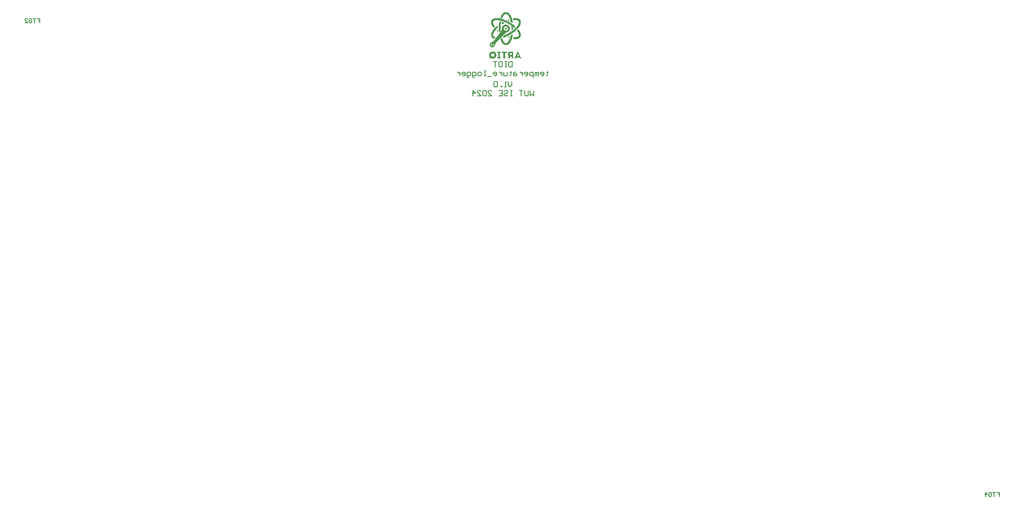
<source format=gbo>
G04*
G04 #@! TF.GenerationSoftware,Altium Limited,Altium Designer,24.7.2 (38)*
G04*
G04 Layer_Color=32896*
%FSLAX25Y25*%
%MOIN*%
G70*
G04*
G04 #@! TF.SameCoordinates,7466D0F8-E9CD-42B0-AAD5-FE8217CC6D43*
G04*
G04*
G04 #@! TF.FilePolarity,Positive*
G04*
G01*
G75*
%ADD11C,0.00118*%
%ADD12C,0.00394*%
%ADD18C,0.00800*%
%ADD19C,0.00600*%
%ADD22R,0.00040X0.00995*%
%ADD212C,0.00394*%
G36*
X407227Y373958D02*
X406439D01*
X406046Y374352D01*
X406833Y374745D01*
X407227D01*
Y373958D01*
D02*
G37*
G36*
X406672Y379631D02*
X406780D01*
X407230Y379194D01*
Y379079D01*
X408199Y378109D01*
Y377595D01*
X408802Y376992D01*
Y376320D01*
X409038Y376083D01*
Y375304D01*
X409538Y374804D01*
Y373342D01*
X409870Y373010D01*
Y372388D01*
X409391D01*
X408856Y372924D01*
X408690D01*
Y373175D01*
X408306Y373559D01*
Y374595D01*
X408066Y374834D01*
Y375642D01*
X407481Y376227D01*
Y376984D01*
X406803Y377663D01*
Y377982D01*
X406001Y378785D01*
X405817D01*
X405399Y379203D01*
X404356D01*
X403939Y378786D01*
X403780D01*
Y378656D01*
X402558Y377433D01*
Y376890D01*
X401950Y376282D01*
Y375948D01*
X401096D01*
X400803Y376241D01*
X400928Y376320D01*
Y376714D01*
X401321Y377108D01*
Y377501D01*
X403684Y380257D01*
X406046D01*
X406672Y379631D01*
D02*
G37*
G36*
X404077Y372383D02*
X401715Y371202D01*
X402109Y372777D01*
X402502D01*
X404077Y372383D01*
D02*
G37*
G36*
X400146Y375620D02*
X403951Y374582D01*
X407151Y372882D01*
X409651Y371282D01*
X411980Y369527D01*
X411076Y368786D01*
X408051Y371082D01*
X403967Y373213D01*
X399097Y374599D01*
X397875Y374687D01*
X396315Y374439D01*
X395508Y373983D01*
X395064Y372846D01*
X395441Y371394D01*
X396460Y369698D01*
X395709Y368829D01*
X394276Y371163D01*
X393900Y372490D01*
X394326Y374369D01*
X395355Y375291D01*
X396594Y375711D01*
X398068Y375826D01*
X400146Y375620D01*
D02*
G37*
G36*
X409042Y369482D02*
X410043Y368707D01*
X410180Y367901D01*
X409093Y366965D01*
X409024Y369496D01*
X409042Y369482D01*
D02*
G37*
G36*
X398727Y366020D02*
X397775Y366676D01*
X397851Y366748D01*
X398600Y367454D01*
X398727Y366020D01*
D02*
G37*
G36*
X400140Y373564D02*
X401237Y373411D01*
X400829Y370115D01*
X400705Y367689D01*
X400743Y366572D01*
X399703Y365226D01*
X399551Y368682D01*
X399818Y371970D01*
X400095Y373642D01*
X400140Y373564D01*
D02*
G37*
G36*
X415455Y365119D02*
X415839Y363585D01*
X415749Y362589D01*
X415151Y361382D01*
X413956Y360720D01*
X412175Y360387D01*
X410039Y360531D01*
X410351Y361640D01*
X411853Y361538D01*
X413366Y361749D01*
X414225Y362214D01*
X414668Y363015D01*
X414651Y363801D01*
X413986Y365445D01*
X413204Y366594D01*
X414033Y367394D01*
X415455Y365119D01*
D02*
G37*
G36*
X412844Y375771D02*
X414359Y375310D01*
X415298Y374552D01*
X415751Y373182D01*
X415720Y371868D01*
X414719Y369735D01*
X413045Y367703D01*
X410751Y365582D01*
X406898Y363132D01*
X402649Y361260D01*
X402386Y361903D01*
X403068Y362644D01*
X404951Y363482D01*
X408746Y365626D01*
X412351Y368682D01*
X413680Y370279D01*
X414651Y371682D01*
X414694Y372745D01*
X414604Y373434D01*
X414076Y374121D01*
X413331Y374474D01*
X411904Y374681D01*
X410354Y374576D01*
X410046Y375690D01*
X411579Y375832D01*
X412844Y375771D01*
D02*
G37*
G36*
X407180Y361238D02*
X406240Y361787D01*
X407450Y362364D01*
X407180Y361238D01*
D02*
G37*
G36*
X398665Y368848D02*
X397480Y367627D01*
X396372Y366361D01*
X395483Y364914D01*
X395098Y363803D01*
X395173Y362728D01*
X395904Y361946D01*
X396916Y361620D01*
X396137Y360612D01*
X395771Y360737D01*
X394581Y361519D01*
X394046Y362443D01*
X393932Y363785D01*
X394632Y365799D01*
X396674Y368485D01*
X398646Y370292D01*
X398665Y368848D01*
D02*
G37*
G36*
X409504Y361957D02*
X408581Y359180D01*
X407570Y357424D01*
X406251Y356282D01*
X405210Y355831D01*
X404544D01*
X402817Y356725D01*
X401908Y357837D01*
X400783Y360161D01*
X401674Y361129D01*
X401973Y360277D01*
X402891Y358431D01*
X403747Y357458D01*
X404653Y357014D01*
X405567Y357166D01*
X406554Y358012D01*
X407272Y359139D01*
X408091Y361187D01*
X408581Y363058D01*
X409755Y363824D01*
X409504Y361957D01*
D02*
G37*
G36*
X395005Y356508D02*
X395212Y356301D01*
X395325Y356030D01*
Y355883D01*
Y355876D01*
Y355729D01*
X395212Y355458D01*
X395005Y355250D01*
X394733Y355138D01*
X394435D01*
X394164Y355250D01*
X393956Y355457D01*
X393844Y355729D01*
Y355875D01*
Y355882D01*
Y356029D01*
X393956Y356300D01*
X394164Y356508D01*
X394436Y356621D01*
X394734D01*
X395005Y356508D01*
D02*
G37*
G36*
X406670Y370299D02*
X407051Y369982D01*
X407551Y369082D01*
X407651Y367582D01*
X407048Y366225D01*
X405851Y365382D01*
X404952Y365183D01*
X396991Y357029D01*
X396667Y356532D01*
X396420Y355782D01*
X396008Y354761D01*
X395451Y354182D01*
X394612Y354106D01*
X394997Y354782D01*
X395753Y355689D01*
X395346Y356798D01*
X394183Y356999D01*
X393426Y356093D01*
X393833Y354984D01*
X394997Y354782D01*
X394612Y354106D01*
X393455Y354524D01*
X393251Y354882D01*
X392751Y355482D01*
X393217Y357077D01*
X393551Y357282D01*
X394388Y357749D01*
X395115Y358292D01*
X401516Y366565D01*
X401961Y367644D01*
X401951Y368582D01*
X402596Y369920D01*
X403751Y370782D01*
X404824Y370966D01*
X406670Y370299D01*
D02*
G37*
G36*
X410216Y345905D02*
X409083D01*
Y347393D01*
X408220Y347282D01*
X407418Y345905D01*
X406100D01*
Y345990D01*
X407054Y347683D01*
X406651Y348086D01*
X406427Y348533D01*
X406347Y349182D01*
X406427Y349635D01*
X406722Y350207D01*
X407514Y350764D01*
X409047Y350801D01*
Y349806D01*
X408076D01*
X407607Y349577D01*
X407464Y349200D01*
X407561Y348692D01*
X408078Y348381D01*
X409083Y348381D01*
X409047Y350801D01*
X410216D01*
Y345905D01*
D02*
G37*
G36*
X416281D02*
X415148D01*
X414812Y346621D01*
X412795D01*
X412460Y345905D01*
X411327D01*
X413581Y350866D01*
X414034D01*
X416281Y345905D01*
D02*
G37*
G36*
X405372Y349806D02*
X404130D01*
Y345905D01*
X403012D01*
Y349806D01*
X401777D01*
Y350801D01*
X405372D01*
Y349806D01*
D02*
G37*
G36*
X400893Y349835D02*
X400301D01*
Y346879D01*
X400944D01*
Y345905D01*
X398540D01*
Y346879D01*
X399183D01*
Y349835D01*
X398591D01*
Y350801D01*
X400893D01*
Y349835D01*
D02*
G37*
G36*
X395751Y350782D02*
X396443Y350496D01*
X397051Y349882D01*
X397351Y349382D01*
X397530Y348822D01*
X397549Y348346D01*
X397407Y347420D01*
X397016Y346708D01*
X396651Y346282D01*
X396122Y346038D01*
X394860Y345782D01*
X393736Y346057D01*
X393593Y345905D01*
X392407D01*
X392914Y346894D01*
X392621Y347568D01*
X392538Y348021D01*
Y348346D01*
X392667Y349281D01*
X393058Y349995D01*
X393448Y350385D01*
X393959Y350669D01*
X395036Y350888D01*
X395751Y350782D01*
D02*
G37*
%LPC*%
G36*
X404218Y369844D02*
X403041Y368425D01*
X403681Y366696D01*
X405498Y366386D01*
X406675Y367805D01*
X406036Y369534D01*
X404218Y369844D01*
D02*
G37*
%LPD*%
G36*
X405351Y368582D02*
X405619Y368105D01*
X405451Y367582D01*
X404876Y367367D01*
X404351Y367582D01*
X404138Y368111D01*
X404251Y368482D01*
X404882Y368849D01*
X405351Y368582D01*
D02*
G37*
%LPC*%
G36*
X413812Y349096D02*
X413138Y347566D01*
X414469D01*
X413812Y349096D01*
D02*
G37*
G36*
X395036Y349791D02*
X394562Y349671D01*
X394120Y349441D01*
X393769Y348878D01*
X393691Y348346D01*
X393859Y347590D01*
X394351Y347082D01*
X395036Y346889D01*
X395551Y346982D01*
X395951Y347242D01*
X396302Y347810D01*
X396360Y348062D01*
X396302Y348878D01*
X395951Y349482D01*
X395551Y349671D01*
X395036Y349791D01*
D02*
G37*
%LPD*%
D11*
X393844Y355882D02*
G03*
X394582Y355138I744J0D01*
G01*
X394587Y356621D02*
G03*
X393844Y355882I3J-746D01*
G01*
X395325Y355876D02*
G03*
X394587Y356621I-746J-1D01*
G01*
X394582Y355138D02*
G03*
X395325Y355876I-2J745D01*
G01*
X406431Y348533D02*
G03*
X407058Y347683I1550J487D01*
G01*
X406425Y349635D02*
G03*
X406431Y348533I1759J-541D01*
G01*
X406726Y350207D02*
G03*
X406425Y349635I1286J-1044D01*
G01*
X407406Y350685D02*
G03*
X406726Y350207I530J-1476D01*
G01*
X407844Y350787D02*
G03*
X407406Y350685I205J-1872D01*
G01*
X408083Y350801D02*
G03*
X407844Y350787I5J-2185D01*
G01*
X408080Y349806D02*
G03*
X407852Y349763I-1J-628D01*
G01*
Y349763D02*
G03*
X407611Y349577I208J-519D01*
G01*
Y349577D02*
G03*
X407557Y349492I527J-397D01*
G01*
X407557Y349492D02*
G03*
X407515Y349399I650J-349D01*
G01*
Y349399D02*
G03*
X407468Y349200I789J-290D01*
G01*
D02*
G03*
X407463Y349098I881J-98D01*
G01*
X407463D02*
G03*
X407521Y348786I877J2D01*
G01*
D02*
G03*
X407565Y348692I711J276D01*
G01*
X407565D02*
G03*
X407622Y348606I599J333D01*
G01*
Y348606D02*
G03*
X407690Y348531I488J376D01*
G01*
X407690Y348531D02*
G03*
X408082Y348381I382J412D01*
G01*
X392621Y347565D02*
G03*
X392914Y346894I2334J621D01*
G01*
X392538Y348021D02*
G03*
X392621Y347565I2809J274D01*
G01*
X392522Y348346D02*
G03*
X392538Y348021I3272J-4D01*
G01*
X392667Y349281D02*
G03*
X392522Y348346I2753J-906D01*
G01*
X393058Y349995D02*
G03*
X392667Y349281I1790J-1443D01*
G01*
X393959Y350669D02*
G03*
X393058Y349995I913J-2159D01*
G01*
X395036Y350888D02*
G03*
X393959Y350669I-4J-2736D01*
G01*
X396443Y350496D02*
G03*
X395036Y350888I-1395J-2287D01*
G01*
X397511Y348842D02*
G03*
X396443Y350496I-2291J-307D01*
G01*
X397549Y348346D02*
G03*
X397511Y348842I-3167J8D01*
G01*
X397405Y347417D02*
G03*
X397549Y348346I-2734J900D01*
G01*
X397016Y346708D02*
G03*
X397405Y347417I-1778J1434D01*
G01*
X396122Y346039D02*
G03*
X397016Y346708I-907J2145D01*
G01*
X395053Y345821D02*
G03*
X396122Y346038I4J2716D01*
G01*
X393916Y346070D02*
G03*
X395053Y345821I1128J2434D01*
G01*
X393802Y346127D02*
G03*
X393916Y346070I1170J2193D01*
G01*
X395036Y346889D02*
G03*
X395951Y347242I8J1340D01*
G01*
X395951D02*
G03*
X396302Y347810I-900J950D01*
G01*
X396302Y347810D02*
G03*
X396360Y348062I-1542J485D01*
G01*
X396360Y348062D02*
G03*
X396380Y348346I-1921J279D01*
G01*
X396380D02*
G03*
X396302Y348878I-1743J17D01*
G01*
X396302Y348878D02*
G03*
X396212Y349096I-1328J-421D01*
G01*
X396212D02*
G03*
X395036Y349791I-1156J-612D01*
G01*
D02*
G03*
X394120Y349441I-9J-1346D01*
G01*
Y349441D02*
G03*
X393769Y348878I888J-946D01*
G01*
Y348878D02*
G03*
X393711Y348628I1519J-481D01*
G01*
X393711D02*
G03*
X393691Y348346I1892J-277D01*
G01*
Y348346D02*
G03*
X393769Y347810I1769J-17D01*
G01*
D02*
G03*
X393859Y347590I1345J423D01*
G01*
Y347590D02*
G03*
X395036Y346889I1157J605D01*
G01*
D12*
X411076Y368786D02*
G03*
X406114Y372185I-17056J-19574D01*
G01*
D02*
G03*
X405503Y372499I-13047J-24633D01*
G01*
X405503Y372499D02*
G03*
X403967Y373213I-13106J-26206D01*
G01*
D02*
G03*
X403230Y373515I-9511J-22186D01*
G01*
Y373515D02*
G03*
X402509Y373781I-7802J-20000D01*
G01*
X402509D02*
G03*
X401804Y374012I-6367J-18222D01*
G01*
Y374012D02*
G03*
X400432Y374372I-4961J-16119D01*
G01*
X400432Y374372D02*
G03*
X399097Y374599I-3150J-14484D01*
G01*
D02*
G03*
X398439Y374664I-1713J-13946D01*
G01*
D02*
G03*
X398263Y374676I-654J-8741D01*
G01*
D02*
G03*
X398094Y374683I-416J-7629D01*
G01*
D02*
G03*
X397875Y374687I-220J-6808D01*
G01*
D02*
G03*
X397248Y374652I-13J-5469D01*
G01*
Y374652D02*
G03*
X396859Y374590I514J-4491D01*
G01*
Y374590D02*
G03*
X396315Y374439I788J-3875D01*
G01*
D02*
G03*
X395976Y374297I1247J-3475D01*
G01*
D02*
G03*
X395646Y374099I810J-1722D01*
G01*
D02*
G03*
X395508Y373983I944J-1252D01*
G01*
D02*
G03*
X395071Y373042I992J-1033D01*
G01*
D02*
G03*
X395064Y372846I2007J-177D01*
G01*
D02*
G03*
X395182Y372048I2959J32D01*
G01*
D02*
G03*
X395293Y371724I3395J979D01*
G01*
D02*
G03*
X395441Y371394I3859J1532D01*
G01*
D02*
G03*
X395529Y371227I4274J2139D01*
G01*
X395529D02*
G03*
X395660Y370994I10939J6029D01*
G01*
X395318Y369343D02*
G03*
X395709Y368829I13273J9705D01*
G01*
X395124Y369616D02*
G03*
X395318Y369343I9895J6801D01*
G01*
X394935Y369901D02*
G03*
X395124Y369616I8654J5533D01*
G01*
X394753Y370198D02*
G03*
X394935Y369901I7770J4554D01*
G01*
X394581Y370508D02*
G03*
X394753Y370198I7106J3755D01*
G01*
X394276Y371163D02*
G03*
X394581Y370508I6451J2602D01*
G01*
X394041Y371869D02*
G03*
X394276Y371163I5809J1540D01*
G01*
X393928Y373284D02*
G03*
X393931Y373294I-485J150D01*
G01*
X393931Y373294D02*
G03*
X393934Y373304I-428J123D01*
G01*
Y373304D02*
G03*
X393936Y373313I-384J101D01*
G01*
Y373313D02*
G03*
X393941Y373334I-336J79D01*
G01*
X394086Y373885D02*
G03*
X393941Y373334I2801J-1031D01*
G01*
X394326Y374369D02*
G03*
X394086Y373885I2121J-1357D01*
G01*
X394869Y374970D02*
G03*
X394326Y374369I1579J-1971D01*
G01*
X395099Y375138D02*
G03*
X394869Y374970I1638J-2482D01*
G01*
X395355Y375291D02*
G03*
X395099Y375138I1609J-2977D01*
G01*
X395635Y375429D02*
G03*
X395355Y375291I1589J-3598D01*
G01*
X396208Y375627D02*
G03*
X395635Y375429I950J-3675D01*
G01*
X396401Y375673D02*
G03*
X396208Y375627I973J-4498D01*
G01*
X396594Y375711D02*
G03*
X396401Y375673I895J-5066D01*
G01*
X396785Y375742D02*
G03*
X396594Y375711I821J-5764D01*
G01*
X396974Y375766D02*
G03*
X396785Y375742I756J-6654D01*
G01*
X397160Y375784D02*
G03*
X396974Y375766I705J-7862D01*
G01*
X397341Y375799D02*
G03*
X397160Y375784I684J-9660D01*
G01*
X398068Y375826D02*
G03*
X397518Y375810I-5J-9537D01*
G01*
X399535Y375722D02*
G03*
X398068Y375826I-1484J-10491D01*
G01*
X400146Y375620D02*
G03*
X399535Y375722I-2316J-12092D01*
G01*
X400775Y375485D02*
G03*
X400146Y375620I-3235J-13472D01*
G01*
X401097Y375404D02*
G03*
X400775Y375485I-3895J-14822D01*
G01*
X408612Y372065D02*
G03*
X401097Y375404I-14230J-21903D01*
G01*
X411597Y369868D02*
G03*
X408612Y372065I-19310J-23110D01*
G01*
X409094Y372631D02*
G03*
X409023Y372671I-2236J-3813D01*
G01*
D02*
G03*
X408952Y372710I-1936J-3446D01*
G01*
X408802Y372810D02*
G03*
X408952Y372710I582J715D01*
G01*
X408690Y372924D02*
G03*
X408802Y372810I572J449D01*
G01*
X408610Y373052D02*
G03*
X408690Y372924I660J324D01*
G01*
X408580Y373121D02*
G03*
X408610Y373052I818J319D01*
G01*
X408554Y373194D02*
G03*
X408580Y373121I1019J315D01*
G01*
X408533Y373270D02*
G03*
X408554Y373194I1332J329D01*
G01*
X408515Y373350D02*
G03*
X408533Y373270I1843J370D01*
G01*
X408515Y373350D02*
G03*
X408306Y374276I-19277J-3865D01*
G01*
Y374276D02*
G03*
X408190Y374710I-16049J-4045D01*
G01*
X408190D02*
G03*
X408066Y375128I-14378J-4042D01*
G01*
X408066D02*
G03*
X407792Y375916I-12481J-3896D01*
G01*
D02*
G03*
X407481Y376649I-10666J-4095D01*
G01*
X407481Y376649D02*
G03*
X407130Y377335I-9574J-4467D01*
G01*
D02*
G03*
X406913Y377700I-6480J-3617D01*
G01*
X406913D02*
G03*
X406803Y377866I-5161J-3288D01*
G01*
X406803D02*
G03*
X406691Y378023I-4496J-3074D01*
G01*
D02*
G03*
X406578Y378171I-3946J-2908D01*
G01*
Y378171D02*
G03*
X406345Y378440I-3356J-2672D01*
G01*
D02*
G03*
X405973Y378785I-2699J-2540D01*
G01*
D02*
G03*
X405538Y379064I-1409J-1719D01*
G01*
X405538D02*
G03*
X405319Y379151I-738J-1538D01*
G01*
D02*
G03*
X405099Y379203I-458J-1437D01*
G01*
D02*
G03*
X404217Y379064I-222J-1463D01*
G01*
Y379064D02*
G03*
X403998Y378943I874J-1830D01*
G01*
Y378943D02*
G03*
X403780Y378786I1331J-2081D01*
G01*
D02*
G03*
X403060Y378033I2530J-3139D01*
G01*
D02*
G03*
X402854Y377729I3820J-2823D01*
G01*
X402854D02*
G03*
X402662Y377397I4604J-2881D01*
G01*
X402211Y378822D02*
G03*
X401727Y378085I6002J-4461D01*
G01*
X402463Y379135D02*
G03*
X402211Y378822I4194J-3639D01*
G01*
X402724Y379413D02*
G03*
X402463Y379135I3273J-3345D01*
G01*
X402995Y379655D02*
G03*
X402724Y379413I2571J-3147D01*
G01*
X403574Y380041D02*
G03*
X402995Y379655I1667J-3125D01*
G01*
X404548Y380385D02*
G03*
X403574Y380041I682J-3485D01*
G01*
X406780Y379631D02*
G03*
X405214Y380384I-2231J-2635D01*
G01*
X407230Y379194D02*
G03*
X406780Y379631I-3201J-2847D01*
G01*
X407441Y378941D02*
G03*
X407230Y379194I-3981J-3111D01*
G01*
X407645Y378663D02*
G03*
X407441Y378941I-4719J-3251D01*
G01*
X408199Y377775D02*
G03*
X407645Y378663I-9755J-5465D01*
G01*
X408403Y377391D02*
G03*
X408199Y377775I-9042J-4559D01*
G01*
X409038Y375881D02*
G03*
X408403Y377391I-11787J-4068D01*
G01*
X409304Y375039D02*
G03*
X409038Y375881I-14821J-4210D01*
G01*
X409424Y374592D02*
G03*
X409304Y375039I-17274J-4438D01*
G01*
X409538Y374127D02*
G03*
X409424Y374592I-19399J-4489D01*
G01*
X409645Y373642D02*
G03*
X409538Y374127I-21954J-4571D01*
G01*
X409745Y373135D02*
G03*
X409645Y373642I-25017J-4681D01*
G01*
X411431Y361549D02*
G03*
X411605Y361542I471J9458D01*
G01*
D02*
G03*
X411772Y361538I255J8155D01*
G01*
X411853Y361538D02*
G03*
X412347Y361557I10J6254D01*
G01*
D02*
G03*
X412656Y361590I-408J5195D01*
G01*
X412656D02*
G03*
X412950Y361641I-633J4556D01*
G01*
Y361641D02*
G03*
X413366Y361749I-818J3983D01*
G01*
Y361749D02*
G03*
X413553Y361815I-1188J3696D01*
G01*
Y361815D02*
G03*
X414033Y362061I-779J2108D01*
G01*
Y362061D02*
G03*
X414225Y362214I-967J1411D01*
G01*
X414225D02*
G03*
X414385Y362387I-1021J1107D01*
G01*
X414385D02*
G03*
X414668Y363015I-1122J883D01*
G01*
X414668D02*
G03*
X414696Y363260I-1700J319D01*
G01*
X414696D02*
G03*
X414691Y363522I-2060J88D01*
G01*
Y363522D02*
G03*
X414651Y363801I-2519J-214D01*
G01*
X414651D02*
G03*
X414432Y364547I-4281J-851D01*
G01*
D02*
G03*
X414226Y365009I-5030J-1971D01*
G01*
D02*
G03*
X414110Y365230I-5818J-2925D01*
G01*
D02*
G03*
X413986Y365445I-6655J-3672D01*
G01*
Y365445D02*
G03*
X413858Y365654I-7877J-4687D01*
G01*
D02*
G03*
X413726Y365859I-9811J-6200D01*
G01*
X414405Y366915D02*
G03*
X414033Y367394I-12102J-9037D01*
G01*
X414595Y366653D02*
G03*
X414405Y366915I-9414J-6609D01*
G01*
X414783Y366375D02*
G03*
X414595Y366653I-8414J-5498D01*
G01*
X414966Y366083D02*
G03*
X414783Y366375I-7671J-4600D01*
G01*
X415141Y365776D02*
G03*
X414966Y366083I-7081J-3835D01*
G01*
X415455Y365119D02*
G03*
X415141Y365776I-6452J-2677D01*
G01*
X415699Y364407D02*
G03*
X415455Y365119I-5737J-1566D01*
G01*
X415839Y363585D02*
G03*
X415699Y364407I-4153J-287D01*
G01*
X415834Y363071D02*
G03*
X415839Y363585I-3328J293D01*
G01*
X415749Y362589D02*
G03*
X415834Y363071I-2790J736D01*
G01*
X415476Y361934D02*
G03*
X415749Y362589I-2213J1309D01*
G01*
X414851Y361222D02*
G03*
X415476Y361934I-1623J2056D01*
G01*
X414435Y360944D02*
G03*
X414851Y361222I-1504J2694D01*
G01*
X413956Y360720D02*
G03*
X414435Y360944I-1288J3389D01*
G01*
X413417Y360555D02*
G03*
X413956Y360720I-1005J4228D01*
G01*
X412659Y360423D02*
G03*
X413417Y360555I-660J6075D01*
G01*
X412175Y360387D02*
G03*
X412659Y360423I-289J7101D01*
G01*
X411836Y360380D02*
G03*
X412175Y360387I4J8163D01*
G01*
X411373Y360392D02*
G03*
X411836Y360380I482J9710D01*
G01*
X411079Y360410D02*
G03*
X411373Y360392I848J11237D01*
G01*
X411605Y361542D02*
G03*
X411853Y361538I250J7965D01*
G01*
X411431Y361549D02*
G03*
X411605Y361542I471J9458D01*
G01*
D02*
G03*
X411772Y361538I255J8155D01*
G01*
X412805Y361613D02*
G03*
X413366Y361749I-697J4101D01*
G01*
X412504Y361571D02*
G03*
X412805Y361613I-524J4855D01*
G01*
X412187Y361546D02*
G03*
X412504Y361571I-283J5580D01*
G01*
X411853Y361538D02*
G03*
X412187Y361546I4J6502D01*
G01*
X411853Y361538D02*
G03*
X412347Y361557I10J6254D01*
G01*
D02*
G03*
X412656Y361590I-408J5195D01*
G01*
X412656D02*
G03*
X412950Y361641I-633J4556D01*
G01*
Y361641D02*
G03*
X413366Y361749I-818J3983D01*
G01*
X411836Y360380D02*
G03*
X412339Y360396I8J7924D01*
G01*
D02*
G03*
X412815Y360443I-425J6769D01*
G01*
D02*
G03*
X413417Y360555I-800J5974D01*
G01*
X412659Y360423D02*
G03*
X413417Y360555I-660J6075D01*
G01*
X412175Y360387D02*
G03*
X412659Y360423I-289J7101D01*
G01*
X411836Y360380D02*
G03*
X412175Y360387I4J8163D01*
G01*
X410875Y360428D02*
G03*
X411178Y360403I1134J12358D01*
G01*
Y360403D02*
G03*
X411468Y360388I721J10770D01*
G01*
D02*
G03*
X411836Y360380I384J9569D01*
G01*
X411468Y360388D02*
G03*
X411836Y360380I372J9214D01*
G01*
X411178Y360403D02*
G03*
X411468Y360388I720J10673D01*
G01*
X402031Y372547D02*
G03*
X401971Y372433I206J-182D01*
G01*
X402089Y372613D02*
G03*
X402031Y372547I573J-566D01*
G01*
X402160Y372679D02*
G03*
X402089Y372612I797J-919D01*
G01*
X402239Y372743D02*
G03*
X402160Y372679I908J-1201D01*
G01*
X402409Y372854D02*
G03*
X402239Y372743I707J-1264D01*
G01*
X402491Y372895D02*
G03*
X402409Y372854I376J-863D01*
G01*
X402565Y372921D02*
G03*
X402491Y372895I145J-526D01*
G01*
X402629Y372931D02*
G03*
X402565Y372922I5J-252D01*
G01*
X402650Y372929D02*
G03*
X402629Y372931I-21J-114D01*
G01*
X402659Y372927D02*
G03*
X402650Y372929I-27J-98D01*
G01*
X402662Y372926D02*
G03*
X402659Y372927I-28J-90D01*
G01*
X410043Y368707D02*
G03*
X409928Y368802I-626J-643D01*
G01*
X410089Y368657D02*
G03*
X410043Y368707I-501J-412D01*
G01*
X410127Y368605D02*
G03*
X410089Y368657I-460J-296D01*
G01*
X410179Y368494D02*
G03*
X410127Y368605I-449J-145D01*
G01*
X410202Y368373D02*
G03*
X410179Y368494I-485J-27D01*
G01*
X410202Y368308D02*
G03*
X410202Y368373I-586J32D01*
G01*
X410194Y368239D02*
G03*
X410202Y368308I-700J107D01*
G01*
X410194Y368239D02*
G03*
X410190Y368206I543J-82D01*
G01*
D02*
G03*
X410189Y368189I706J-64D01*
G01*
X410189D02*
G03*
X410188Y368172I847J-56D01*
G01*
X410187Y368007D02*
G03*
X410187Y368066I-3414J21D01*
G01*
X410187Y367979D02*
G03*
X410187Y368007I-1265J39D01*
G01*
X410186Y367951D02*
G03*
X410187Y367979I-810J52D01*
G01*
X410183Y367925D02*
G03*
X410186Y367951I-539J61D01*
G01*
X410180Y367901D02*
G03*
X410183Y367925I-358J65D01*
G01*
X410175Y367879D02*
G03*
X410180Y367901I-233J65D01*
G01*
X410168Y367860D02*
G03*
X410175Y367879I-145J62D01*
G01*
X410159Y367843D02*
G03*
X410168Y367860I-86J57D01*
G01*
X410148Y367830D02*
G03*
X410159Y367843I-48J52D01*
G01*
X409986Y367685D02*
G03*
X410148Y367830I-5181J5981D01*
G01*
X407351Y373812D02*
G03*
X407381Y373824I-535J1371D01*
G01*
X407324Y373802D02*
G03*
X407351Y373812I-313J881D01*
G01*
X407299Y373794D02*
G03*
X407324Y373802I-182J592D01*
G01*
X407276Y373787D02*
G03*
X407299Y373794I-103J415D01*
G01*
X407255Y373783D02*
G03*
X407276Y373787I-54J307D01*
G01*
X407235Y373780D02*
G03*
X407255Y373783I-22J242D01*
G01*
X407217Y373779D02*
G03*
X407235Y373780I-0J205D01*
G01*
X407174Y373784D02*
G03*
X407217Y373779I43J194D01*
G01*
X407159Y373788D02*
G03*
X407174Y373784I72J256D01*
G01*
X407143Y373793D02*
G03*
X407159Y373788I104J313D01*
G01*
X407127Y373798D02*
G03*
X407143Y373793I150J395D01*
G01*
X407110Y373805D02*
G03*
X407127Y373798I216J517D01*
G01*
X407092Y373813D02*
G03*
X407110Y373805I314J699D01*
G01*
X407072Y373822D02*
G03*
X407092Y373813I464J981D01*
G01*
X398644Y367255D02*
G03*
X398600Y367454I-1294J-183D01*
G01*
X398666Y367107D02*
G03*
X398644Y367255I-4517J-586D01*
G01*
X398686Y366937D02*
G03*
X398666Y367107I-6819J-717D01*
G01*
X398703Y366753D02*
G03*
X398686Y366937I-8313J-690D01*
G01*
X398726Y366370D02*
G03*
X398703Y366753I-8081J-294D01*
G01*
X398730Y366187D02*
G03*
X398726Y366370I-5776J-24D01*
G01*
X398727Y366020D02*
G03*
X398730Y366187I-3822J149D01*
G01*
X398717Y365875D02*
G03*
X398727Y366020I-2112J224D01*
G01*
X407420Y362371D02*
G03*
X407405Y362372I-15J-168D01*
G01*
X407427Y362370D02*
G03*
X407420Y362371I-20J-139D01*
G01*
X407433Y362369D02*
G03*
X407427Y362370I-23J-119D01*
G01*
X407439Y362368D02*
G03*
X407433Y362369I-25J-100D01*
G01*
X407443Y362367D02*
G03*
X407439Y362368I-25J-79D01*
G01*
X407447Y362365D02*
G03*
X407443Y362367I-23J-60D01*
G01*
X407450Y362364D02*
G03*
X407447Y362365I-20J-41D01*
G01*
X407453Y362363D02*
G03*
X407450Y362364I-15J-25D01*
G01*
X407455Y362361D02*
G03*
X407453Y362363I-10J-12D01*
G01*
X407461Y362350D02*
G03*
X407455Y362361I-27J-7D01*
G01*
X407463Y362341D02*
G03*
X407461Y362350I-88J-19D01*
G01*
X407465Y362331D02*
G03*
X407463Y362341I-141J-20D01*
G01*
X407466Y362320D02*
G03*
X407465Y362331I-188J-15D01*
G01*
X407464Y362268D02*
G03*
X407466Y362320I-210J35D01*
G01*
X407461Y362255D02*
G03*
X407464Y362268I-144J38D01*
G01*
X407358Y362365D02*
G03*
X407349Y362361I21J-62D01*
G01*
X407363Y362366D02*
G03*
X407358Y362365I26J-91D01*
G01*
X407368Y362368D02*
G03*
X407363Y362366I26J-112D01*
G01*
X407374Y362369D02*
G03*
X407368Y362368I25J-132D01*
G01*
X407380Y362370D02*
G03*
X407374Y362369I22J-150D01*
G01*
X407392Y362371D02*
G03*
X407380Y362370I12J-171D01*
G01*
X407405Y362372D02*
G03*
X407392Y362371I0J-180D01*
G01*
X404138Y368111D02*
G03*
X404876Y367367I744J0D01*
G01*
X404882Y368849D02*
G03*
X404138Y368111I2J-745D01*
G01*
X405619Y368105D02*
G03*
X404882Y368849I-745J-1D01*
G01*
X404876Y367367D02*
G03*
X405619Y368105I-2J745D01*
G01*
X404824Y370966D02*
G03*
X402596Y369920I-4J-2888D01*
G01*
X402596Y369920D02*
G03*
X401961Y367644I2223J-1846D01*
G01*
X401898Y367376D02*
G03*
X401961Y367644I-1647J527D01*
G01*
X401840Y367209D02*
G03*
X401898Y367376I-2401J940D01*
G01*
X401758Y367019D02*
G03*
X401840Y367209I-3039J1411D01*
G01*
X401652Y366805D02*
G03*
X401758Y367019I-3815J2035D01*
G01*
X401516Y366565D02*
G03*
X401652Y366805I-4752J2845D01*
G01*
X401348Y366299D02*
G03*
X401516Y366565I-5870J3881D01*
G01*
X401146Y366005D02*
G03*
X401348Y366299I-7196J5184D01*
G01*
X400905Y365684D02*
G03*
X401146Y366005I-8753J6800D01*
G01*
X400623Y365332D02*
G03*
X400905Y365684I-10568J8779D01*
G01*
X395115Y358292D02*
G03*
X395214Y358398I-2112J2089D01*
G01*
X394859Y358057D02*
G03*
X395115Y358292I-2222J2677D01*
G01*
X394752Y357972D02*
G03*
X394859Y358057I-1769J2350D01*
G01*
X394636Y357890D02*
G03*
X394752Y357972I-1403J2098D01*
G01*
X394514Y357815D02*
G03*
X394636Y357890I-1041J1813D01*
G01*
X394388Y357749D02*
G03*
X394514Y357815I-710J1522D01*
G01*
X394258Y357696D02*
G03*
X394388Y357749I-427J1245D01*
G01*
X394258Y357696D02*
G03*
X393217Y357077I348J-1768D01*
G01*
X393217D02*
G03*
X393455Y354524I1394J-1158D01*
G01*
X393455Y354524D02*
G03*
X394612Y354106I1155J1384D01*
G01*
Y354106D02*
G03*
X396008Y354761I2J1810D01*
G01*
X396008Y354761D02*
G03*
X396420Y355782I-1386J1152D01*
G01*
X396421Y355795D02*
G03*
X396421Y355781I258J-11D01*
G01*
X396425Y355866D02*
G03*
X396425Y355872I-191J7D01*
G01*
X396484Y356133D02*
G03*
X396425Y355872I1104J-390D01*
G01*
X396536Y356268D02*
G03*
X396484Y356133I1774J-759D01*
G01*
X396598Y356402D02*
G03*
X396536Y356268I2270J-1130D01*
G01*
X396667Y356532D02*
G03*
X396598Y356402I2782J-1548D01*
G01*
X396739Y356656D02*
G03*
X396667Y356532I3264J-1979D01*
G01*
X396810Y356770D02*
G03*
X396739Y356656I3662J-2377D01*
G01*
X396991Y357029D02*
G03*
X396810Y356770I3827J-2860D01*
G01*
X403472Y364080D02*
G03*
X402904Y363440I8691J-8286D01*
G01*
X403725Y364334D02*
G03*
X403472Y364080I5985J-6223D01*
G01*
X403958Y364548D02*
G03*
X403725Y364334I4530J-5165D01*
G01*
X404171Y364725D02*
G03*
X403958Y364548I3365J-4257D01*
G01*
X404365Y364870D02*
G03*
X404171Y364725I2446J-3483D01*
G01*
X404540Y364984D02*
G03*
X404365Y364870I1733J-2830D01*
G01*
X404695Y365072D02*
G03*
X404540Y364984I1189J-2283D01*
G01*
X404833Y365138D02*
G03*
X404695Y365072I781J-1829D01*
G01*
X404952Y365183D02*
G03*
X404833Y365138I483J-1455D01*
G01*
X404952Y365183D02*
G03*
X407048Y366225I-126J2881D01*
G01*
Y366225D02*
G03*
X406670Y370299I-2225J1848D01*
G01*
D02*
G03*
X404824Y370966I-1843J-2216D01*
G01*
X403067Y362646D02*
G03*
X407645Y364910I-9400J24764D01*
G01*
D02*
G03*
X408746Y365626I-15039J24310D01*
G01*
X408746Y365626D02*
G03*
X409864Y366430I-15911J23309D01*
G01*
Y366430D02*
G03*
X410379Y366832I-14399J19000D01*
G01*
Y366832D02*
G03*
X411330Y367642I-12885J16089D01*
G01*
D02*
G03*
X412182Y368467I-11860J13094D01*
G01*
X412182D02*
G03*
X413296Y369754I-11329J10939D01*
G01*
D02*
G03*
X413680Y370279I-8953J6959D01*
G01*
D02*
G03*
X413847Y370531I-7367J5064D01*
G01*
Y370531D02*
G03*
X413999Y370778I-6546J4181D01*
G01*
D02*
G03*
X414135Y371020I-5916J3475D01*
G01*
X414135Y371020D02*
G03*
X414363Y371498I-5214J2791D01*
G01*
Y371498D02*
G03*
X414607Y372211I-4765J2025D01*
G01*
D02*
G03*
X414694Y372745I-2619J703D01*
G01*
D02*
G03*
X414694Y372990I-2027J116D01*
G01*
X414694D02*
G03*
X414664Y373220I-1719J-110D01*
G01*
X414664D02*
G03*
X414604Y373434I-1490J-300D01*
G01*
X414604D02*
G03*
X414076Y374121I-1355J-494D01*
G01*
Y374121D02*
G03*
X413873Y374249I-1103J-1531D01*
G01*
Y374249D02*
G03*
X413584Y374385I-1314J-2419D01*
G01*
X413584D02*
G03*
X413331Y374474I-1173J-2918D01*
G01*
D02*
G03*
X413265Y374494I-983J-3206D01*
G01*
D02*
G03*
X412314Y374663I-1326J-4700D01*
G01*
X412314Y374663D02*
G03*
X411904Y374681I-456J-5756D01*
G01*
D02*
G03*
X411474Y374670I-54J-6728D01*
G01*
Y374670D02*
G03*
X411249Y374655I426J-7691D01*
G01*
X411178Y375813D02*
G03*
X410853Y375788I939J-14375D01*
G01*
X411579Y375832D02*
G03*
X411383Y375824I322J-10753D01*
G01*
X411767Y375836D02*
G03*
X411579Y375832I100J-9640D01*
G01*
X412465Y375813D02*
G03*
X411859Y375836I-594J-7530D01*
G01*
X412844Y375771D02*
G03*
X412465Y375813I-881J-6251D01*
G01*
X413205Y375708D02*
G03*
X412844Y375771I-1146J-5499D01*
G01*
X413718Y375573D02*
G03*
X413205Y375708I-1541J-4811D01*
G01*
X414359Y375310D02*
G03*
X413718Y375573I-1903J-3736D01*
G01*
X414637Y375150D02*
G03*
X414359Y375310I-1781J-2765D01*
G01*
X414885Y374971D02*
G03*
X414637Y375150I-1812J-2247D01*
G01*
X415298Y374552D02*
G03*
X414885Y374971I-2005J-1562D01*
G01*
X415708Y373771D02*
G03*
X415298Y374552I-2437J-781D01*
G01*
X415789Y373469D02*
G03*
X415708Y373771I-3015J-655D01*
G01*
X415847Y372586D02*
G03*
X415789Y373469I-3003J247D01*
G01*
X415779Y372113D02*
G03*
X415847Y372586I-3625J767D01*
G01*
X415720Y371868D02*
G03*
X415779Y372113I-4276J1155D01*
G01*
X415645Y371614D02*
G03*
X415720Y371868I-4840J1581D01*
G01*
X415552Y371353D02*
G03*
X415645Y371614I-5539J2101D01*
G01*
X415443Y371083D02*
G03*
X415552Y371353I-6399J2739D01*
G01*
X414719Y369735D02*
G03*
X415443Y371083I-7338J4813D01*
G01*
X414245Y369067D02*
G03*
X414719Y369735I-8451J6499D01*
G01*
X413977Y368731D02*
G03*
X414245Y369067I-9515J7846D01*
G01*
X413689Y368392D02*
G03*
X413977Y368731I-10353J9114D01*
G01*
X413378Y368050D02*
G03*
X413689Y368392I-11382J10636D01*
G01*
X413045Y367703D02*
G03*
X413378Y368050I-12634J12464D01*
G01*
X406898Y363132D02*
G03*
X413045Y367703I-11924J22456D01*
G01*
X404812Y362114D02*
G03*
X406898Y363132I-12272J27784D01*
G01*
X403709Y361649D02*
G03*
X404812Y362114I-12466J31136D01*
G01*
X393908Y363737D02*
G03*
X393915Y363749I-475J281D01*
G01*
X393915Y363749D02*
G03*
X393919Y363756I-277J154D01*
G01*
X393919Y363756D02*
G03*
X393922Y363763I-221J116D01*
G01*
X393922Y363763D02*
G03*
X393926Y363770I-186J90D01*
G01*
D02*
G03*
X393929Y363777I-163J71D01*
G01*
X393929D02*
G03*
X393932Y363785I-145J56D01*
G01*
X393932D02*
G03*
X393934Y363793I-133J44D01*
G01*
D02*
G03*
X393937Y363809I-119J32D01*
G01*
X394104Y364585D02*
G03*
X393937Y363809I4378J-1349D01*
G01*
X394242Y364981D02*
G03*
X394104Y364585I5013J-1973D01*
G01*
X394418Y365385D02*
G03*
X394242Y364981I5639J-2693D01*
G01*
X394632Y365799D02*
G03*
X394418Y365385I6485J-3613D01*
G01*
X395516Y367146D02*
G03*
X394632Y365799I8942J-6827D01*
G01*
X396058Y367813D02*
G03*
X395516Y367146I10166J-8819D01*
G01*
X396674Y368485D02*
G03*
X396058Y367813I11609J-11279D01*
G01*
X397013Y368825D02*
G03*
X396674Y368485I13361J-13631D01*
G01*
X397372Y369169D02*
G03*
X397013Y368825I14724J-15732D01*
G01*
X398729Y370360D02*
G03*
X398730Y370360I36J7D01*
G01*
X398730Y370359D01*
X398730Y370358D01*
X398730Y370358D02*
X398730Y370357D01*
X398736Y370317D02*
G03*
X398736Y370322I-274J-31D01*
G01*
X398737Y370312D02*
G03*
X398736Y370317I-189J-17D01*
G01*
X398737Y370308D02*
G03*
X398737Y370312I-137J-8D01*
G01*
X398737Y370304D02*
G03*
X398737Y370308I-105J-2D01*
G01*
X398737Y370300D02*
G03*
X398737Y370304I-84J3D01*
G01*
X398665Y368848D02*
G03*
X398672Y368885I-149J48D01*
G01*
X398658Y368829D02*
G03*
X398665Y368848I-215J89D01*
G01*
X398648Y368809D02*
G03*
X398658Y368829I-263J132D01*
G01*
X398637Y368788D02*
G03*
X398648Y368809I-312J184D01*
G01*
X398623Y368766D02*
G03*
X398637Y368788I-359J241D01*
G01*
X398608Y368744D02*
G03*
X398623Y368766I-403J302D01*
G01*
X398590Y368722D02*
G03*
X398608Y368744I-439J365D01*
G01*
X398550Y368678D02*
G03*
X398590Y368722I-466J465D01*
G01*
X397121Y367252D02*
G03*
X396602Y366654I9625J-8868D01*
G01*
X396602Y366654D02*
G03*
X396372Y366361I8415J-6847D01*
G01*
X396372D02*
G03*
X396160Y366070I7728J-5858D01*
G01*
D02*
G03*
X395788Y365492I6862J-4820D01*
G01*
Y365492D02*
G03*
X395483Y364914I6255J-3666D01*
G01*
X395483D02*
G03*
X395241Y364329I6060J-2850D01*
G01*
X395241D02*
G03*
X395156Y364060I3400J-1223D01*
G01*
X395156Y364060D02*
G03*
X395098Y363803I2863J-784D01*
G01*
X395098D02*
G03*
X395066Y363555I2474J-446D01*
G01*
Y363555D02*
G03*
X395060Y363315I2210J-174D01*
G01*
D02*
G03*
X395080Y363082I2053J62D01*
G01*
X395080D02*
G03*
X395173Y362728I1582J222D01*
G01*
D02*
G03*
X395583Y362161I1301J510D01*
G01*
D02*
G03*
X395734Y362048I1101J1313D01*
G01*
D02*
G03*
X395904Y361946I1111J1666D01*
G01*
D02*
G03*
X396094Y361856I1126J2116D01*
G01*
Y361856D02*
G03*
X396303Y361776I1139J2683D01*
G01*
D02*
G03*
X396727Y361658I1338J3974D01*
G01*
D02*
G03*
X396916Y361620I1029J4585D01*
G01*
X396025Y360647D02*
G03*
X396137Y360612I1897J5892D01*
G01*
X395807Y360723D02*
G03*
X395879Y360696I1426J3753D01*
G01*
X395224Y361001D02*
G03*
X395771Y360737I1902J3234D01*
G01*
X394986Y361158D02*
G03*
X395224Y361001I1799J2480D01*
G01*
X394581Y361519D02*
G03*
X394986Y361158I1963J1794D01*
G01*
X394046Y362443D02*
G03*
X394581Y361519I2430J789D01*
G01*
X393969Y362717D02*
G03*
X394046Y362443I3029J708D01*
G01*
X400757Y369300D02*
G03*
X400705Y367689I19501J-1429D01*
G01*
D02*
G03*
X400743Y366572I22122J196D01*
G01*
X399680Y370815D02*
G03*
X399631Y366054I27912J-2669D01*
G01*
X399818Y371970D02*
G03*
X399680Y370815I25623J-3658D01*
G01*
X401227Y373352D02*
G03*
X401237Y373411I-3356J628D01*
G01*
X401674Y361129D02*
G03*
X401973Y360277I13198J4154D01*
G01*
D02*
G03*
X402317Y359475I11689J4541D01*
G01*
D02*
G03*
X402521Y359062I10276J4817D01*
G01*
D02*
G03*
X402635Y358852I7243J3774D01*
G01*
D02*
G03*
X402758Y358641I6063J3388D01*
G01*
X402758D02*
G03*
X402891Y358431I5184J3141D01*
G01*
D02*
G03*
X403035Y358224I4490J2979D01*
G01*
X403035D02*
G03*
X403192Y358021I3923J2876D01*
G01*
X403192D02*
G03*
X403547Y357636I3321J2709D01*
G01*
Y357636D02*
G03*
X403747Y357458I2698J2821D01*
G01*
Y357458D02*
G03*
X404198Y357161I1463J1730D01*
G01*
D02*
G03*
X404425Y357069I762J1549D01*
G01*
Y357069D02*
G03*
X404653Y357013I470J1445D01*
G01*
Y357014D02*
G03*
X405567Y357166I224J1473D01*
G01*
Y357166D02*
G03*
X405792Y357297I-922J1847D01*
G01*
Y357297D02*
G03*
X406016Y357465I-1405J2101D01*
G01*
X406016Y357465D02*
G03*
X406554Y358012I-2629J3118D01*
G01*
Y358012D02*
G03*
X406802Y358343I-3924J3201D01*
G01*
X406802D02*
G03*
X406922Y358525I-4880J3364D01*
G01*
Y358525D02*
G03*
X407040Y358718I-5634J3586D01*
G01*
X407040D02*
G03*
X407157Y358923I-6544J3860D01*
G01*
X407157D02*
G03*
X407272Y359139I-7640J4193D01*
G01*
D02*
G03*
X407845Y360454I-10378J5308D01*
G01*
X407845D02*
G03*
X408091Y361187I-13457J4926D01*
G01*
X408091D02*
G03*
X408206Y361578I-16171J4960D01*
G01*
Y361578D02*
G03*
X408316Y361988I-18549J5204D01*
G01*
D02*
G03*
X408422Y362418I-21542J5534D01*
G01*
D02*
G03*
X408525Y362871I-25297J5965D01*
G01*
X408545Y362962D02*
G03*
X408539Y362940I1051J-262D01*
G01*
X408551Y362983D02*
G03*
X408545Y362962I708J-200D01*
G01*
X408557Y363004D02*
G03*
X408551Y362983I489J-160D01*
G01*
X408564Y363024D02*
G03*
X408557Y363004I332J-131D01*
G01*
X408572Y363042D02*
G03*
X408564Y363024I216J-106D01*
G01*
X408581Y363058D02*
G03*
X408572Y363042I131J-85D01*
G01*
X408591Y363071D02*
G03*
X408581Y363058I72J-66D01*
G01*
X408602Y363081D02*
G03*
X408591Y363071I35J-51D01*
G01*
X409504Y361957D02*
G03*
X409743Y363082I-24748J5850D01*
G01*
X409373Y361437D02*
G03*
X409504Y361957I-19486J5176D01*
G01*
X409234Y360943D02*
G03*
X409373Y361437I-16834J5003D01*
G01*
X409086Y360472D02*
G03*
X409234Y360943I-14736J4894D01*
G01*
X408929Y360023D02*
G03*
X409086Y360472I-13092J4850D01*
G01*
X408581Y359180D02*
G03*
X408929Y360023I-11238J5127D01*
G01*
X408186Y358398D02*
G03*
X408581Y359180I-9879J5475D01*
G01*
X407794Y357744D02*
G03*
X408186Y358398I-8290J5424D01*
G01*
X407570Y357424D02*
G03*
X407794Y357744I-5431J4043D01*
G01*
X407324Y357117D02*
G03*
X407570Y357424I-4214J3628D01*
G01*
X407052Y356827D02*
G03*
X407324Y357117I-3303J3367D01*
G01*
X406752Y356560D02*
G03*
X407052Y356827I-2593J3215D01*
G01*
X406056Y356117D02*
G03*
X406752Y356560I-1593J3274D01*
G01*
X405210Y355831D02*
G03*
X406056Y356117I-730J3551D01*
G01*
X402817Y356725D02*
G03*
X404544Y355831I2423J2568D01*
G01*
X402558Y356984D02*
G03*
X402817Y356725I3314J3046D01*
G01*
X402322Y357259D02*
G03*
X402558Y356984I4114J3289D01*
G01*
X402106Y357545D02*
G03*
X402322Y357259I5189J3690D01*
G01*
X401908Y357837D02*
G03*
X402106Y357545I6747J4365D01*
G01*
X401725Y358131D02*
G03*
X401908Y357837I9346J5635D01*
G01*
X401381Y358754D02*
G03*
X401725Y358131I8115J4073D01*
G01*
X401305Y358909D02*
G03*
X401381Y358754I7493J3561D01*
G01*
X400879Y359904D02*
G03*
X401305Y358909I13407J5148D01*
G01*
X400783Y360161D02*
G03*
X400879Y359904I14740J5378D01*
G01*
D18*
X409458Y343413D02*
Y339414D01*
X407459D01*
X406793Y340081D01*
Y342746D01*
X407459Y343413D01*
X409458D01*
X405460D02*
X404127D01*
X404793D01*
Y339414D01*
X405460D01*
X404127D01*
X400128Y343413D02*
X401461D01*
X402127Y342746D01*
Y340081D01*
X401461Y339414D01*
X400128D01*
X399462Y340081D01*
Y342746D01*
X400128Y343413D01*
X398129D02*
X395463D01*
X396796D01*
Y339414D01*
X435783Y336028D02*
Y335362D01*
X436450D01*
X435117D01*
X435783D01*
Y333362D01*
X435117Y332696D01*
X431118D02*
X432451D01*
X433117Y333362D01*
Y334695D01*
X432451Y335362D01*
X431118D01*
X430452Y334695D01*
Y334029D01*
X433117D01*
X429119Y332696D02*
Y335362D01*
X428452D01*
X427786Y334695D01*
Y332696D01*
Y334695D01*
X427119Y335362D01*
X426453Y334695D01*
Y332696D01*
X425120Y331363D02*
Y335362D01*
X423121D01*
X422454Y334695D01*
Y333362D01*
X423121Y332696D01*
X425120D01*
X419122D02*
X420455D01*
X421121Y333362D01*
Y334695D01*
X420455Y335362D01*
X419122D01*
X418456Y334695D01*
Y334029D01*
X421121D01*
X417123Y335362D02*
Y332696D01*
Y334029D01*
X416456Y334695D01*
X415790Y335362D01*
X415123D01*
X412457D02*
X411125D01*
X410458Y334695D01*
Y332696D01*
X412457D01*
X413124Y333362D01*
X412457Y334029D01*
X410458D01*
X408459Y336028D02*
Y335362D01*
X409125D01*
X407792D01*
X408459D01*
Y333362D01*
X407792Y332696D01*
X405793Y335362D02*
Y333362D01*
X405126Y332696D01*
X403127D01*
Y335362D01*
X401794D02*
Y332696D01*
Y334029D01*
X401128Y334695D01*
X400461Y335362D01*
X399795D01*
X395796Y332696D02*
X397129D01*
X397796Y333362D01*
Y334695D01*
X397129Y335362D01*
X395796D01*
X395130Y334695D01*
Y334029D01*
X397796D01*
X393797Y332029D02*
X391131D01*
X389798Y332696D02*
X388465D01*
X389132D01*
Y336695D01*
X389798D01*
X385799Y332696D02*
X384466D01*
X383800Y333362D01*
Y334695D01*
X384466Y335362D01*
X385799D01*
X386466Y334695D01*
Y333362D01*
X385799Y332696D01*
X381134Y331363D02*
X380468D01*
X379801Y332029D01*
Y335362D01*
X381801D01*
X382467Y334695D01*
Y333362D01*
X381801Y332696D01*
X379801D01*
X377135Y331363D02*
X376469D01*
X375803Y332029D01*
Y335362D01*
X377802D01*
X378468Y334695D01*
Y333362D01*
X377802Y332696D01*
X375803D01*
X372470D02*
X373803D01*
X374470Y333362D01*
Y334695D01*
X373803Y335362D01*
X372470D01*
X371804Y334695D01*
Y334029D01*
X374470D01*
X370471Y335362D02*
Y332696D01*
Y334029D01*
X369805Y334695D01*
X369138Y335362D01*
X368472D01*
X409125Y328643D02*
Y325977D01*
X407792Y324644D01*
X406459Y325977D01*
Y328643D01*
X405126Y324644D02*
X403793D01*
X404460D01*
Y328643D01*
X405126Y327977D01*
X401794Y324644D02*
Y325311D01*
X401128D01*
Y324644D01*
X401794D01*
X398462Y327977D02*
X397796Y328643D01*
X396463D01*
X395796Y327977D01*
Y325311D01*
X396463Y324644D01*
X397796D01*
X398462Y325311D01*
Y327977D01*
X425453Y321925D02*
Y317926D01*
X424120Y319259D01*
X422787Y317926D01*
Y321925D01*
X421454D02*
Y318592D01*
X420788Y317926D01*
X419455D01*
X418789Y318592D01*
Y321925D01*
X417456D02*
X414790D01*
X416123D01*
Y317926D01*
X409458Y321925D02*
X408125D01*
X408792D01*
Y317926D01*
X409458D01*
X408125D01*
X403460Y321258D02*
X404127Y321925D01*
X405460D01*
X406126Y321258D01*
Y320592D01*
X405460Y319925D01*
X404127D01*
X403460Y319259D01*
Y318592D01*
X404127Y317926D01*
X405460D01*
X406126Y318592D01*
X399462Y321925D02*
X402127D01*
Y317926D01*
X399462D01*
X402127Y319925D02*
X400795D01*
X391464Y317926D02*
X394130D01*
X391464Y320592D01*
Y321258D01*
X392131Y321925D01*
X393463D01*
X394130Y321258D01*
X390131D02*
X389465Y321925D01*
X388132D01*
X387466Y321258D01*
Y318592D01*
X388132Y317926D01*
X389465D01*
X390131Y318592D01*
Y321258D01*
X383467Y317926D02*
X386133D01*
X383467Y320592D01*
Y321258D01*
X384133Y321925D01*
X385466D01*
X386133Y321258D01*
X380135Y317926D02*
Y321925D01*
X382134Y319925D01*
X379468D01*
D19*
X771227Y21199D02*
X773226D01*
Y19700D01*
X772226D01*
X773226D01*
Y18200D01*
X770227Y21199D02*
X768228D01*
X769227D01*
Y18200D01*
X765229Y20699D02*
X765728Y21199D01*
X766728D01*
X767228Y20699D01*
Y18700D01*
X766728Y18200D01*
X765728D01*
X765229Y18700D01*
Y19700D01*
X766228D01*
X762729Y18200D02*
Y21199D01*
X764229Y19700D01*
X762230D01*
X54706Y375499D02*
X56705D01*
Y374000D01*
X55706D01*
X56705D01*
Y372500D01*
X53707Y375499D02*
X51707D01*
X52707D01*
Y372500D01*
X48708Y374999D02*
X49208Y375499D01*
X50208D01*
X50708Y374999D01*
Y373000D01*
X50208Y372500D01*
X49208D01*
X48708Y373000D01*
Y374000D01*
X49708D01*
X45709Y372500D02*
X47708D01*
X45709Y374499D01*
Y374999D01*
X46209Y375499D01*
X47209D01*
X47708Y374999D01*
D22*
X409067Y350303D02*
D03*
D212*
X398730Y370358D02*
D03*
M02*

</source>
